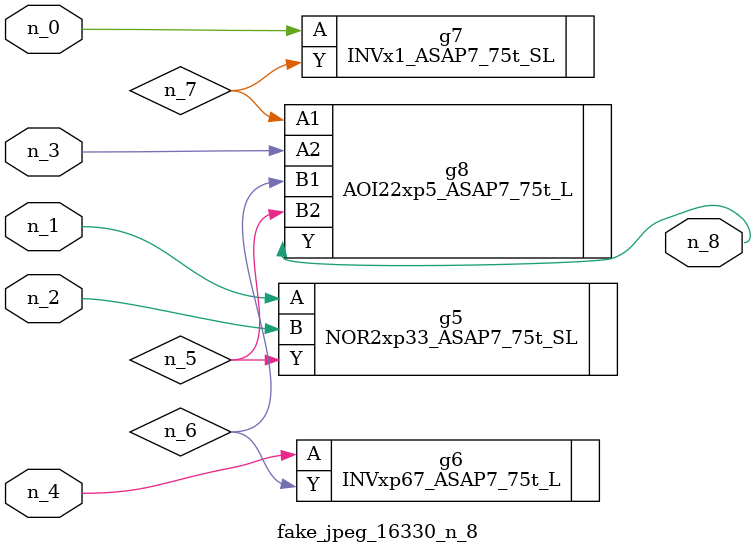
<source format=v>
module fake_jpeg_16330_n_8 (n_3, n_2, n_1, n_0, n_4, n_8);

input n_3;
input n_2;
input n_1;
input n_0;
input n_4;

output n_8;

wire n_6;
wire n_5;
wire n_7;

NOR2xp33_ASAP7_75t_SL g5 ( 
.A(n_1),
.B(n_2),
.Y(n_5)
);

INVxp67_ASAP7_75t_L g6 ( 
.A(n_4),
.Y(n_6)
);

INVx1_ASAP7_75t_SL g7 ( 
.A(n_0),
.Y(n_7)
);

AOI22xp5_ASAP7_75t_L g8 ( 
.A1(n_7),
.A2(n_3),
.B1(n_6),
.B2(n_5),
.Y(n_8)
);


endmodule
</source>
